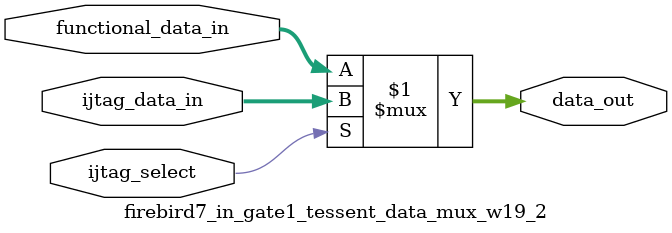
<source format=sv>

module firebird7_in_gate1_tessent_data_mux_w19_2 (
  input wire ijtag_select,
  input wire [18:0]  functional_data_in,
  input wire [18:0]  ijtag_data_in,
  output wire [18:0] data_out
);
assign data_out = (ijtag_select) ? ijtag_data_in : functional_data_in;
endmodule

</source>
